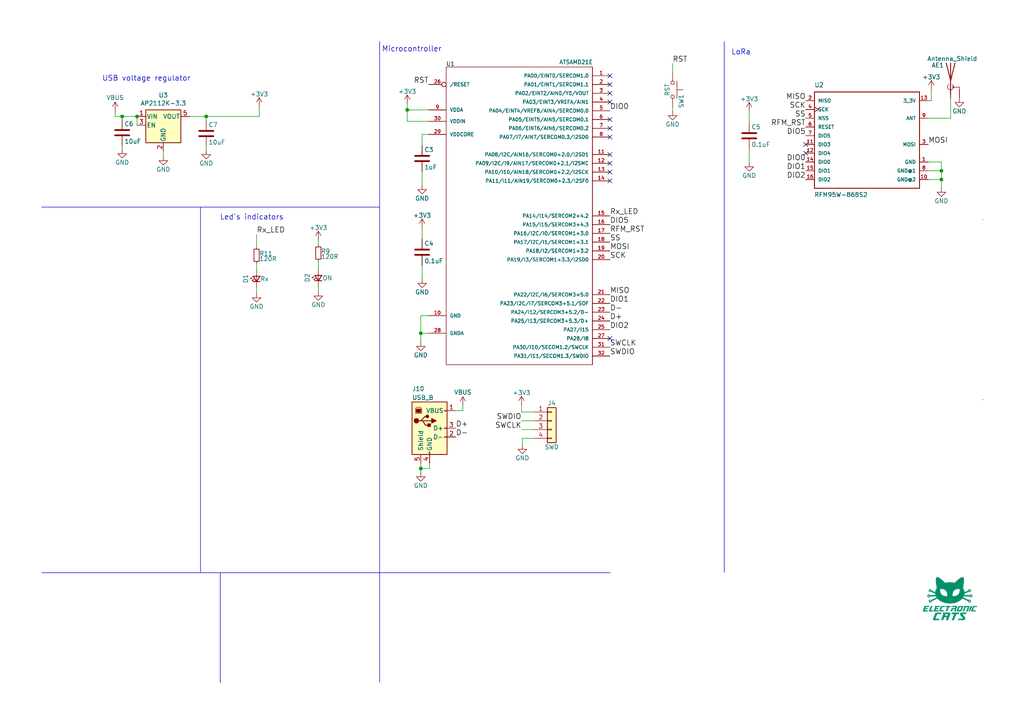
<source format=kicad_sch>
(kicad_sch (version 20230121) (generator eeschema)
  (paper "A4")
  (title_block (title "USB Stick") (date "2020-08-03") (rev "2.5") (company "Electronic Cats") (comment 1 "Eduardo Contreras") (comment 2 "Andres Sabas"))
  (lib_symbols
    (symbol "Device:Antenna_Shield" (pin_numbers hide) (pin_names (offset 1.016) hide)
      (property "Reference" "AE" (at -1.905 4.445 0))
      (property "Value" "Antenna_Shield" (at -1.905 2.54 0))
      (symbol "Antenna_Shield_0_1"
        (arc (start -0.508 -1.143) (mid -0.8429 -2.1194) (end 0 -2.667))
        (arc (start 0 -2.667) (mid 0.7989 -2.1052) (end 0.508 -1.143))
        (polyline (pts (xy 0 -2.54) (xy 0 0)))
        (polyline (pts (xy 0 5.08) (xy 0 -3.81)) (stroke (width 0.254)))
        (polyline (pts (xy 0.762 -1.905) (xy 2.54 -1.905)))
        (polyline (pts (xy 2.54 -2.54) (xy 2.54 -1.905)))
        (polyline (pts (xy 1.27 5.08) (xy 0 0) (xy -1.27 5.08)) (stroke (width 0.254)))
        (circle (center 0.762 -1.905) (radius 0.1778) (fill (type outline)))
      )
      (symbol "Antenna_Shield_1_1"
        (pin input line (at 0 -5.08 90) (length 2.54) (name "A") (number "1"))
        (pin input line (at 2.54 -5.08 90) (length 2.54) (name "Shield") (number "2"))
      )
    )
    (symbol "Device:C" (pin_numbers hide) (pin_names (offset 0.254))
      (property "Reference" "C" (at 0.635 2.54 0))
      (property "Value" "C" (at 0.635 -2.54 0))
      (symbol "C_0_1"
        (polyline (pts (xy -2.032 -0.762) (xy 2.032 -0.762)) (stroke (width 0.508)))
        (polyline (pts (xy -2.032 0.762) (xy 2.032 0.762)) (stroke (width 0.508)))
      )
      (symbol "C_1_1"
        (pin passive line (at 0 3.81 270) (length 2.794) (name "~") (number "1"))
        (pin passive line (at 0 -3.81 90) (length 2.794) (name "~") (number "2"))
      )
    )
    (symbol "Device:LED_Small" (pin_numbers hide) (pin_names (offset 0.254) hide)
      (property "Reference" "D" (at -1.27 3.175 0))
      (property "Value" "LED_Small" (at -4.445 -2.54 0))
      (symbol "LED_Small_0_1"
        (polyline (pts (xy -0.762 -1.016) (xy -0.762 1.016)) (stroke (width 0.254)))
        (polyline (pts (xy 1.016 0) (xy -0.762 0)))
        (polyline (pts (xy 0.762 -1.016) (xy -0.762 0) (xy 0.762 1.016) (xy 0.762 -1.016)) (stroke (width 0.254)))
        (polyline (pts (xy 0 0.762) (xy -0.508 1.27) (xy -0.254 1.27) (xy -0.508 1.27) (xy -0.508 1.016)))
        (polyline (pts (xy 0.508 1.27) (xy 0 1.778) (xy 0.254 1.778) (xy 0 1.778) (xy 0 1.524)))
      )
      (symbol "LED_Small_1_1"
        (pin passive line (at -2.54 0 0) (length 1.778) (name "K") (number "1"))
        (pin passive line (at 2.54 0 180) (length 1.778) (name "A") (number "2"))
      )
    )
    (symbol "Device:R_Small" (pin_numbers hide) (pin_names (offset 0.254) hide)
      (property "Reference" "R" (at 0.762 0.508 0))
      (property "Value" "R_Small" (at 0.762 -1.016 0))
      (symbol "R_Small_0_1"
        (rectangle (start -0.762 1.778) (end 0.762 -1.778) (stroke (width 0.2032)))
      )
      (symbol "R_Small_1_1"
        (pin passive line (at 0 2.54 270) (length 0.762) (name "~") (number "1"))
        (pin passive line (at 0 -2.54 90) (length 0.762) (name "~") (number "2"))
      )
    )
    (symbol "LoRA_USBStick-rescue:+3.3V-power" (power) (pin_names (offset 0))
      (property "Value" "+3.3V-power" (at 0 3.556 0))
      (symbol "+3.3V-power_0_1"
        (polyline (pts (xy -0.762 1.27) (xy 0 2.54)))
        (polyline (pts (xy 0 0) (xy 0 2.54)))
        (polyline (pts (xy 0 2.54) (xy 0.762 1.27)))
      )
      (symbol "+3.3V-power_1_1"
        (pin power_in line (at 0 0 90) (length 0) hide (name "+3V3") (number "1"))
      )
    )
    (symbol "LoRA_USBStick-rescue:AP2112K-3.3-Regulator_Linear" (pin_names (offset 0.254))
      (property "Reference" "U" (at -5.08 5.715 0))
      (property "Value" "Regulator_Linear_AP2112K-3.3" (at 0 5.715 0))
      (symbol "AP2112K-3.3-Regulator_Linear_0_1"
        (rectangle (start -5.08 4.445) (end 5.08 -5.08) (stroke (width 0.254)) (fill (type background)))
      )
      (symbol "AP2112K-3.3-Regulator_Linear_1_1"
        (pin power_in line (at -7.62 2.54 0) (length 2.54) (name "VIN") (number "1"))
        (pin power_in line (at 0 -7.62 90) (length 2.54) (name "GND") (number "2"))
        (pin input line (at -7.62 0 0) (length 2.54) (name "EN") (number "3"))
        (pin no_connect line (at 7.62 0 180) (length 2.54) hide (name "NC") (number "4"))
        (pin power_out line (at 7.62 2.54 180) (length 2.54) (name "VOUT") (number "5"))
      )
    )
    (symbol "LoRA_USBStick-rescue:Conn_01x04" (pin_names (offset 1.016) hide)
      (property "Reference" "J" (at 0 5.08 0))
      (property "Value" "Conn_01x04" (at 0 -7.62 0))
      (symbol "Conn_01x04_1_1"
        (rectangle (start -1.27 -4.953) (end 0 -5.207) (stroke (width 0.1524)))
        (rectangle (start -1.27 -2.413) (end 0 -2.667) (stroke (width 0.1524)))
        (rectangle (start -1.27 0.127) (end 0 -0.127) (stroke (width 0.1524)))
        (rectangle (start -1.27 2.667) (end 0 2.413) (stroke (width 0.1524)))
        (rectangle (start -1.27 3.81) (end 1.27 -6.35) (stroke (width 0.254)) (fill (type background)))
        (pin passive line (at -5.08 2.54 0) (length 3.81) (name "Pin_1") (number "1"))
        (pin passive line (at -5.08 0 0) (length 3.81) (name "Pin_2") (number "2"))
        (pin passive line (at -5.08 -2.54 0) (length 3.81) (name "Pin_3") (number "3"))
        (pin passive line (at -5.08 -5.08 0) (length 3.81) (name "Pin_4") (number "4"))
      )
    )
    (symbol "LoRA_USBStick-rescue:SW_Push" (pin_numbers hide) (pin_names (offset 1.016) hide)
      (property "Reference" "SW" (at 1.27 2.54 0))
      (property "Value" "SW_Push" (at 0 -1.524 0))
      (symbol "SW_Push_0_1"
        (circle (center -2.032 0) (radius 0.508))
        (polyline (pts (xy 0 1.27) (xy 0 3.048)))
        (polyline (pts (xy 2.54 1.27) (xy -2.54 1.27)))
        (circle (center 2.032 0) (radius 0.508))
        (pin passive line (at -5.08 0 0) (length 2.54) (name "1") (number "1"))
        (pin passive line (at 5.08 0 180) (length 2.54) (name "2") (number "2"))
      )
    )
    (symbol "LoRA_USBStick-rescue:USB_B" (pin_names (offset 1.016))
      (property "Reference" "J" (at -5.08 11.43 0))
      (property "Value" "USB_B" (at -5.08 8.89 0))
      (symbol "USB_B_0_1"
        (rectangle (start -5.08 -7.62) (end 5.08 7.62) (stroke (width 0.254)) (fill (type background)))
        (circle (center -3.81 2.159) (radius 0.635) (stroke (width 0.254)) (fill (type outline)))
        (rectangle (start -3.81 5.588) (end -2.54 4.572) (fill (type outline)))
        (circle (center -0.635 3.429) (radius 0.381) (stroke (width 0.254)) (fill (type outline)))
        (rectangle (start -0.127 -7.62) (end 0.127 -6.858))
        (polyline (pts (xy -1.905 2.159) (xy 0.635 2.159)) (stroke (width 0.254)))
        (polyline (pts (xy -3.175 2.159) (xy -2.54 2.159) (xy -1.27 3.429) (xy -0.635 3.429)) (stroke (width 0.254)))
        (polyline (pts (xy -2.54 2.159) (xy -1.905 2.159) (xy -1.27 0.889) (xy 0 0.889)) (stroke (width 0.254)))
        (polyline (pts (xy 0.635 2.794) (xy 0.635 1.524) (xy 1.905 2.159) (xy 0.635 2.794)) (stroke (width 0.254)) (fill (type outline)))
        (polyline (pts (xy -4.064 4.318) (xy -2.286 4.318) (xy -2.286 5.715) (xy -2.667 6.096) (xy -3.683 6.096) (xy -4.064 5.715) (xy -4.064 4.318)))
        (rectangle (start 0.254 1.27) (end -0.508 0.508) (stroke (width 0.254)) (fill (type outline)))
        (rectangle (start 5.08 -2.667) (end 4.318 -2.413))
        (rectangle (start 5.08 -0.127) (end 4.318 0.127))
        (rectangle (start 5.08 4.953) (end 4.318 5.207))
      )
      (symbol "USB_B_1_1"
        (pin power_out line (at 7.62 5.08 180) (length 2.54) (name "VBUS") (number "1"))
        (pin passive line (at 7.62 -2.54 180) (length 2.54) (name "D-") (number "2"))
        (pin passive line (at 7.62 0 180) (length 2.54) (name "D+") (number "3"))
        (pin power_out line (at 0 -10.16 90) (length 2.54) (name "GND") (number "4"))
        (pin passive line (at -2.54 -10.16 90) (length 2.54) (name "Shield") (number "5"))
      )
    )
    (symbol "RFM95W-868S2_1" (pin_names (offset 1.016))
      (property "Reference" "U" (at -15.2654 13.9954 0))
      (property "Value" "RFM95W-868S2" (at -15.2908 -17.8308 0))
      (symbol "RFM95W-868S2_1_0_0"
        (polyline (pts (xy -15.24 -15.24) (xy 15.24 -15.24)) (stroke (width 0.254)))
        (polyline (pts (xy -15.24 12.7) (xy -15.24 -15.24)) (stroke (width 0.254)))
        (polyline (pts (xy 15.24 -15.24) (xy 15.24 12.7)) (stroke (width 0.254)))
        (polyline (pts (xy 15.24 12.7) (xy -15.24 12.7)) (stroke (width 0.254)))
        (pin power_in line (at 17.78 -7.62 180) (length 2.54) (name "GND") (number "1"))
        (pin power_in line (at 17.78 -12.7 180) (length 2.54) (name "GND@2") (number "10"))
        (pin bidirectional line (at -17.78 -2.54 0) (length 2.54) (name "DIO3") (number "11"))
        (pin bidirectional line (at -17.78 -5.08 0) (length 2.54) (name "DIO4") (number "12"))
        (pin power_in line (at 17.78 10.16 180) (length 2.54) (name "3_3V") (number "13"))
        (pin bidirectional line (at -17.78 -7.62 0) (length 2.54) (name "DIO0") (number "14"))
        (pin bidirectional line (at -17.78 -10.16 0) (length 2.54) (name "DIO1") (number "15"))
        (pin bidirectional line (at -17.78 -12.7 0) (length 2.54) (name "DIO2") (number "16"))
        (pin input line (at -17.78 10.16 0) (length 2.54) (name "MISO") (number "2"))
        (pin output line (at 17.78 -2.54 180) (length 2.54) (name "MOSI") (number "3"))
        (pin input clock (at -17.78 7.62 0) (length 2.54) (name "SCK") (number "4"))
        (pin input line (at -17.78 5.08 0) (length 2.54) (name "NSS") (number "5"))
        (pin bidirectional line (at -17.78 2.54 0) (length 2.54) (name "RESET") (number "6"))
        (pin bidirectional line (at -17.78 0 0) (length 2.54) (name "DIO5") (number "7"))
        (pin power_in line (at 17.78 -10.16 180) (length 2.54) (name "GND@1") (number "8"))
        (pin passive line (at 17.78 5.08 180) (length 2.54) (name "ANT") (number "9"))
      )
    )
    (symbol "RFM95W-868S2_2" (pin_names (offset 1.016))
      (property "Reference" "U" (at -15.2654 13.9954 0))
      (property "Value" "RFM95W-868S2" (at -15.2908 -17.8308 0))
      (symbol "RFM95W-868S2_2_0_0"
        (polyline (pts (xy -15.24 -15.24) (xy 15.24 -15.24)) (stroke (width 0.254)))
        (polyline (pts (xy -15.24 12.7) (xy -15.24 -15.24)) (stroke (width 0.254)))
        (polyline (pts (xy 15.24 -15.24) (xy 15.24 12.7)) (stroke (width 0.254)))
        (polyline (pts (xy 15.24 12.7) (xy -15.24 12.7)) (stroke (width 0.254)))
        (pin power_in line (at 17.78 -7.62 180) (length 2.54) (name "GND") (number "1"))
        (pin power_in line (at 17.78 -12.7 180) (length 2.54) (name "GND@2") (number "10"))
        (pin bidirectional line (at -17.78 -2.54 0) (length 2.54) (name "DIO3") (number "11"))
        (pin bidirectional line (at -17.78 -5.08 0) (length 2.54) (name "DIO4") (number "12"))
        (pin power_in line (at 17.78 10.16 180) (length 2.54) (name "3_3V") (number "13"))
        (pin bidirectional line (at -17.78 -7.62 0) (length 2.54) (name "DIO0") (number "14"))
        (pin bidirectional line (at -17.78 -10.16 0) (length 2.54) (name "DIO1") (number "15"))
        (pin bidirectional line (at -17.78 -12.7 0) (length 2.54) (name "DIO2") (number "16"))
        (pin input line (at -17.78 10.16 0) (length 2.54) (name "MISO") (number "2"))
        (pin output line (at 17.78 -2.54 180) (length 2.54) (name "MOSI") (number "3"))
        (pin input clock (at -17.78 7.62 0) (length 2.54) (name "SCK") (number "4"))
        (pin input line (at -17.78 5.08 0) (length 2.54) (name "NSS") (number "5"))
        (pin bidirectional line (at -17.78 2.54 0) (length 2.54) (name "RESET") (number "6"))
        (pin bidirectional line (at -17.78 0 0) (length 2.54) (name "DIO5") (number "7"))
        (pin power_in line (at 17.78 -10.16 180) (length 2.54) (name "GND@1") (number "8"))
        (pin passive line (at 17.78 5.08 180) (length 2.54) (name "ANT") (number "9"))
      )
    )
    (symbol "agroin:ATSAMD21E" (pin_names (offset 1.016))
      (property "Reference" "U" (at -11.938 43.434 0))
      (property "Value" "ATSAMD21E" (at 20.828 43.942 0))
      (symbol "ATSAMD21E_0_1"
        (rectangle (start 30.48 43.18) (end -11.938 -43.18))
      )
      (symbol "ATSAMD21E_1_0"
        (polyline (pts (xy 30.48 43.18) (xy 30.48 -43.18)))
      )
      (symbol "ATSAMD21E_1_1"
        (pin bidirectional line (at 35.56 40.64 180) (length 5.08) (name "PA00/EINT0/SERCOM1.0") (number "1"))
        (pin power_in line (at -17.018 -28.956 0) (length 5.08) (name "GND") (number "10"))
        (pin bidirectional line (at 35.56 17.78 180) (length 5.08) (name "PA08/I2C/AIN16/SERCOM0+2.0/I2SD1") (number "11"))
        (pin bidirectional line (at 35.56 15.24 180) (length 5.08) (name "PA09/I2C/I9/AIN17/SERCOM0+2.1/I2SMC") (number "12"))
        (pin bidirectional line (at 35.56 12.7 180) (length 5.08) (name "PA10/I10/AIN18/SERCOM0+2.2/I2SCK") (number "13"))
        (pin bidirectional line (at 35.56 10.16 180) (length 5.08) (name "PA11/I11/AIN19/SERCOM0+2.3/I2SF0") (number "14"))
        (pin bidirectional line (at 35.56 0 180) (length 5.08) (name "PA14/I14/SERCOM2+4.2") (number "15"))
        (pin bidirectional line (at 35.56 -2.54 180) (length 5.08) (name "PA15/I15/SERCOM3+4.3") (number "16"))
        (pin bidirectional line (at 35.56 -5.08 180) (length 5.08) (name "PA16/I2C/I0/SERCOM1+3.0") (number "17"))
        (pin bidirectional line (at 35.56 -7.62 180) (length 5.08) (name "PA17/I2C/I1/SERCOM1+3.1") (number "18"))
        (pin bidirectional line (at 35.56 -10.16 180) (length 5.08) (name "PA18/I2/SERCOM1+3.2") (number "19"))
        (pin bidirectional line (at 35.56 38.1 180) (length 5.08) (name "PA01/EINT1/SERCOM1.1") (number "2"))
        (pin bidirectional line (at 35.56 -12.7 180) (length 5.08) (name "PA19/I3/SERCOM1+3.3/I2SD0") (number "20"))
        (pin bidirectional line (at 35.56 -22.86 180) (length 5.08) (name "PA22/I2C/I6/SERCOM3+5.0") (number "21"))
        (pin bidirectional line (at 35.56 -25.4 180) (length 5.08) (name "PA23/I2C/I7/SERCOM3+5.1/SOF") (number "22"))
        (pin bidirectional line (at 35.56 -27.94 180) (length 5.08) (name "PA24/I12/SERCOM3+5.2/D-") (number "23"))
        (pin bidirectional line (at 35.56 -30.48 180) (length 5.08) (name "PA25/I13/SERCOM3+5.3/D+") (number "24"))
        (pin bidirectional line (at 35.56 -33.02 180) (length 5.08) (name "PA27/I15") (number "25"))
        (pin bidirectional inverted (at -17.018 38.1 0) (length 5.08) (name "/RESET") (number "26"))
        (pin bidirectional line (at 35.56 -35.56 180) (length 5.08) (name "PA28/I8") (number "27"))
        (pin power_in line (at -17.018 -34.036 0) (length 5.08) (name "GNDA") (number "28"))
        (pin power_in line (at -17.018 23.622 0) (length 5.08) (name "VDDCORE") (number "29"))
        (pin bidirectional line (at 35.56 35.56 180) (length 5.08) (name "PA02/EINT2/AIN0/Y0/VOUT") (number "3"))
        (pin power_in line (at -17.018 27.432 0) (length 5.08) (name "VDDIN") (number "30"))
        (pin bidirectional line (at 35.56 -38.1 180) (length 5.08) (name "PA30/I10/SECOM1.2/SWCLK") (number "31"))
        (pin bidirectional line (at 35.56 -40.64 180) (length 5.08) (name "PA31/I11/SECOM1.3/SWDIO") (number "32"))
        (pin bidirectional line (at 35.56 33.02 180) (length 5.08) (name "PA03/EINT3/VREFA/AIN1") (number "4"))
        (pin bidirectional line (at 35.56 30.48 180) (length 5.08) (name "PA04/EINT4/VREFB/AIN4/SERCOM0.0") (number "5"))
        (pin bidirectional line (at 35.56 27.94 180) (length 5.08) (name "PA05/EINT5/AIN5/SERCOM0.1") (number "6"))
        (pin bidirectional line (at 35.56 25.4 180) (length 5.08) (name "PA06/EINT6/AIN6/SERCOM0.2") (number "7"))
        (pin bidirectional line (at 35.56 22.86 180) (length 5.08) (name "PA07/I7/AIN7/SERCOM0.3/I2SD0") (number "8"))
        (pin power_in line (at -17.018 30.734 0) (length 5.08) (name "VDDA") (number "9"))
      )
    )
    (symbol "power:GND" (power) (pin_names (offset 0))
      (property "Value" "GND" (at 0 -3.81 0))
      (symbol "GND_0_1"
        (polyline (pts (xy 0 0) (xy 0 -1.27) (xy 1.27 -1.27) (xy 0 -2.54) (xy -1.27 -1.27) (xy 0 -1.27)))
      )
      (symbol "GND_1_1"
        (pin power_in line (at 0 0 270) (length 0) hide (name "GND") (number "1"))
      )
    )
    (symbol "power:VBUS" (power) (pin_names (offset 0))
      (property "Value" "VBUS" (at 0 3.81 0))
      (symbol "VBUS_0_1"
        (polyline (pts (xy -0.762 1.27) (xy 0 2.54)))
        (polyline (pts (xy 0 0) (xy 0 2.54)))
        (polyline (pts (xy 0 2.54) (xy 0.762 1.27)))
      )
      (symbol "VBUS_1_1"
        (pin power_in line (at 0 0 90) (length 0) hide (name "VBUS") (number "1"))
      )
    )
  )
  (junction (at 122.047 135.89))
  (junction (at 39.751 33.782))
  (junction (at 273.05 49.53))
  (junction (at 122.047 96.647))
  (junction (at 273.05 52.07))
  (junction (at 35.433 33.782))
  (junction (at 59.817 33.782))
  (junction (at 118.11 31.877))
  (no_connect (at 233.68 44.45))
  (no_connect (at 176.911 98.171))
  (no_connect (at 176.911 44.831))
  (no_connect (at 176.911 37.211))
  (no_connect (at 176.911 24.511))
  (no_connect (at 176.911 49.911))
  (no_connect (at 176.911 21.971))
  (no_connect (at 176.911 47.371))
  (no_connect (at 176.911 52.451))
  (no_connect (at 176.911 27.051))
  (no_connect (at 176.911 29.591))
  (no_connect (at 233.68 41.91))
  (no_connect (at 176.911 34.671))
  (no_connect (at 176.911 39.751))
  (wire (pts (xy 122.428 42.164) (xy 122.428 38.989)))
  (wire (pts (xy 269.24 52.07) (xy 273.05 52.07)))
  (wire (pts (xy 124.333 31.877) (xy 118.11 31.877)))
  (wire (pts (xy 269.24 34.29) (xy 275.717 34.29)))
  (wire (pts (xy 124.333 96.647) (xy 122.047 96.647)))
  (wire (pts (xy 217.297 47.117) (xy 217.297 43.18)))
  (polyline (pts (xy 12.065 60.071) (xy 110.109 60.071)))
  (wire (pts (xy 122.428 80.899) (xy 122.428 76.962)))
  (wire (pts (xy 92.329 78.105) (xy 92.329 75.946)))
  (wire (pts (xy 35.433 43.307) (xy 35.433 42.291)))
  (wire (pts (xy 275.717 34.29) (xy 275.717 28.448)))
  (wire (pts (xy 134.239 119.126) (xy 132.207 119.126)))
  (wire (pts (xy 54.991 33.782) (xy 59.817 33.782)))
  (wire (pts (xy 122.047 96.647) (xy 122.047 99.187)))
  (wire (pts (xy 35.433 34.671) (xy 35.433 33.782)))
  (wire (pts (xy 122.428 53.721) (xy 122.428 49.784)))
  (polyline (pts (xy 63.881 197.993) (xy 63.881 166.116)))
  (polyline (pts (xy 210.058 12.065) (xy 210.058 165.989)))
  (wire (pts (xy 134.239 117.602) (xy 134.239 119.126)))
  (polyline (pts (xy 284.988 63.754) (xy 284.988 63.627)))
  (wire (pts (xy 33.401 33.782) (xy 33.401 32.131)))
  (polyline (pts (xy 284.988 115.951) (xy 284.988 115.824)))
  (wire (pts (xy 35.433 33.782) (xy 33.401 33.782)))
  (wire (pts (xy 122.428 66.04) (xy 122.428 69.342)))
  (wire (pts (xy 122.047 91.567) (xy 124.333 91.567)))
  (wire (pts (xy 118.11 30.099) (xy 118.11 31.877)))
  (wire (pts (xy 122.428 38.989) (xy 124.333 38.989)))
  (wire (pts (xy 59.817 34.925) (xy 59.817 33.782)))
  (wire (pts (xy 118.11 31.877) (xy 118.11 35.179)))
  (wire (pts (xy 269.24 49.53) (xy 273.05 49.53)))
  (wire (pts (xy 273.05 46.99) (xy 273.05 49.53)))
  (wire (pts (xy 35.433 33.782) (xy 39.751 33.782)))
  (polyline (pts (xy 58.166 60.071) (xy 58.166 166.116)))
  (wire (pts (xy 47.371 43.942) (xy 47.371 45.339)))
  (wire (pts (xy 273.05 46.99) (xy 269.24 46.99)))
  (wire (pts (xy 92.329 83.185) (xy 92.329 84.582)))
  (wire (pts (xy 122.047 137.033) (xy 122.047 135.89)))
  (wire (pts (xy 154.94 124.587) (xy 151.257 124.587)))
  (wire (pts (xy 75.184 33.782) (xy 75.184 30.861)))
  (wire (pts (xy 273.05 49.53) (xy 273.05 52.07)))
  (polyline (pts (xy 12.065 166.116) (xy 177.038 166.116)))
  (wire (pts (xy 270.129 29.21) (xy 269.24 29.21)))
  (wire (pts (xy 92.329 70.866) (xy 92.329 69.596)))
  (wire (pts (xy 154.94 119.507) (xy 151.257 119.507)))
  (wire (pts (xy 74.422 83.439) (xy 74.422 85.09)))
  (wire (pts (xy 195.072 18.415) (xy 195.072 20.955)))
  (wire (pts (xy 273.05 52.07) (xy 273.05 54.483)))
  (wire (pts (xy 59.817 33.782) (xy 75.184 33.782)))
  (polyline (pts (xy 110.109 12.065) (xy 110.109 197.866)))
  (wire (pts (xy 124.587 135.89) (xy 122.047 135.89)))
  (wire (pts (xy 151.257 122.047) (xy 154.94 122.047)))
  (wire (pts (xy 270.129 25.908) (xy 270.129 29.21)))
  (wire (pts (xy 151.257 119.507) (xy 151.257 117.475)))
  (wire (pts (xy 195.072 32.258) (xy 195.072 31.115)))
  (wire (pts (xy 124.587 134.366) (xy 124.587 135.89)))
  (wire (pts (xy 59.817 43.561) (xy 59.817 42.545)))
  (wire (pts (xy 74.422 67.945) (xy 74.422 71.501)))
  (wire (pts (xy 39.751 36.322) (xy 39.751 33.782)))
  (wire (pts (xy 74.422 78.359) (xy 74.422 76.581)))
  (wire (pts (xy 118.11 35.179) (xy 124.333 35.179)))
  (wire (pts (xy 122.047 135.89) (xy 122.047 134.366)))
  (wire (pts (xy 151.511 129.032) (xy 151.511 127.127)))
  (wire (pts (xy 217.297 32.258) (xy 217.297 35.56)))
  (wire (pts (xy 122.047 91.567) (xy 122.047 96.647)))
  (wire (pts (xy 151.511 127.127) (xy 154.94 127.127)))
  (image (at 275.463 173.609))
  (text "Led's indicators" (at 63.754 64.008 0) (effects (font (size 1.524 1.524)) (justify left bottom)))
  (text "USB voltage regulator\n" (at 29.591 23.749 0) (effects (font (size 1.524 1.524)) (justify left bottom)))
  (text "LoRa" (at 212.09 16.129 0) (effects (font (size 1.524 1.524)) (justify left bottom)))
  (text "Microcontroller" (at 110.744 15.24 0) (effects (font (size 1.524 1.524)) (justify left bottom)))
  (label "D+" (at 176.911 93.091 0) (effects (font (size 1.524 1.524))))
  (label "SWCLK" (at 176.911 100.711 0) (effects (font (size 1.524 1.524))))
  (label "Rx_LED" (at 74.422 67.945 0) (effects (font (size 1.524 1.524))))
  (label "SS" (at 176.911 70.231 0) (effects (font (size 1.524 1.524))))
  (label "MISO" (at 233.68 29.21 180) (effects (font (size 1.524 1.524))))
  (label "SWCLK" (at 151.257 124.587 180) (effects (font (size 1.524 1.524))))
  (label "D+" (at 132.207 124.206 0) (effects (font (size 1.524 1.524))))
  (label "SS" (at 233.68 34.29 180) (effects (font (size 1.524 1.524))))
  (label "DIO0" (at 176.911 32.131 0) (effects (font (size 1.524 1.524))))
  (label "DIO2" (at 233.68 52.07 180) (effects (font (size 1.524 1.524))))
  (label "MOSI" (at 269.24 41.91 0) (effects (font (size 1.524 1.524))))
  (label "Rx_LED" (at 176.911 62.611 0) (effects (font (size 1.524 1.524))))
  (label "MOSI" (at 176.911 72.771 0) (effects (font (size 1.524 1.524))))
  (label "RST" (at 124.333 24.511 180) (effects (font (size 1.524 1.524))))
  (label "DIO2" (at 176.911 95.631 0) (effects (font (size 1.524 1.524))))
  (label "SWDIO" (at 151.257 122.047 180) (effects (font (size 1.524 1.524))))
  (label "RFM_RST" (at 176.911 67.691 0) (effects (font (size 1.524 1.524))))
  (label "DIO1" (at 233.68 49.53 180) (effects (font (size 1.524 1.524))))
  (label "DIO1" (at 176.911 88.011 0) (effects (font (size 1.524 1.524))))
  (label "DIO5" (at 176.911 65.151 0) (effects (font (size 1.524 1.524))))
  (label "DIO0" (at 233.68 46.99 180) (effects (font (size 1.524 1.524))))
  (label "RFM_RST" (at 233.68 36.83 180) (effects (font (size 1.524 1.524))))
  (label "DIO5" (at 233.68 39.37 180) (effects (font (size 1.524 1.524))))
  (label "SWDIO" (at 176.911 103.251 0) (effects (font (size 1.524 1.524))))
  (label "RST" (at 195.072 18.415 0) (effects (font (size 1.524 1.524))))
  (label "SCK" (at 176.911 75.311 0) (effects (font (size 1.524 1.524))))
  (label "MISO" (at 176.911 85.471 0) (effects (font (size 1.524 1.524))))
  (label "SCK" (at 233.68 31.75 180) (effects (font (size 1.524 1.524))))
  (label "D-" (at 176.911 90.551 0) (effects (font (size 1.524 1.524))))
  (label "D-" (at 132.207 126.746 0) (effects (font (size 1.524 1.524))))
  (symbol (lib_id "LoRA_USBStick-rescue:SW_Push") (at 195.072 26.035 270) (unit 1)
    (property "Reference" "SW1" (at 197.612 27.305 0) (effects (justify left)))
    (property "Value" "RST" (at 193.548 26.035 0))
    (property "Footprint" "Button_Switch_SMD:SW_SPST_TL3342" (effects hide))
    (property "manf#" "B3U-1000P" (effects hide))
  )
  (symbol (lib_id "power:GND") (at 195.072 32.258 0) (unit 1)
    (property "Reference" "#PWR01" (effects hide))
    (property "Value" "GND" (at 195.072 36.068 0))
  )
  (symbol (lib_id "power:GND") (at 122.047 99.187 0) (unit 1)
    (property "Reference" "#PWR02" (effects hide))
    (property "Value" "GND" (at 122.047 102.997 0))
  )
  (symbol (lib_id "Device:C") (at 122.428 73.152 0) (unit 1)
    (property "Reference" "C4" (at 123.063 70.612 0) (effects (justify left)))
    (property "Value" "0.1uF" (at 123.063 75.692 0) (effects (justify left)))
    (property "Footprint" "Capacitor_SMD:C_0805_2012Metric_Pad1.15x1.40mm_HandSolder" (effects hide))
    (property "manf#" "885012207072" (effects hide))
  )
  (symbol (lib_id "LoRA_USBStick-rescue:+3.3V-power") (at 122.428 66.04 0) (unit 1)
    (property "Reference" "#PWR03" (effects hide))
    (property "Value" "+3.3V" (at 122.428 62.484 0))
  )
  (symbol (lib_id "power:GND") (at 122.428 80.899 0) (unit 1)
    (property "Reference" "#PWR04" (effects hide))
    (property "Value" "GND" (at 122.428 84.709 0))
  )
  (symbol (lib_id "LoRA_USBStick-rescue:+3.3V-power") (at 270.129 25.908 0) (unit 1)
    (property "Reference" "#PWR05" (effects hide))
    (property "Value" "+3.3V" (at 270.129 22.352 0))
  )
  (symbol (lib_id "power:GND") (at 273.05 54.483 0) (unit 1)
    (property "Reference" "#PWR06" (effects hide))
    (property "Value" "GND" (at 273.05 58.293 0))
  )
  (symbol (lib_id "Device:C") (at 217.297 39.37 0) (unit 1)
    (property "Reference" "C5" (at 217.932 36.83 0) (effects (justify left)))
    (property "Value" "0.1uF" (at 217.932 41.91 0) (effects (justify left)))
    (property "Footprint" "Capacitor_SMD:C_0805_2012Metric_Pad1.15x1.40mm_HandSolder" (effects hide))
    (property "manf#" "885012207072" (effects hide))
  )
  (symbol (lib_id "LoRA_USBStick-rescue:+3.3V-power") (at 217.297 32.258 0) (unit 1)
    (property "Reference" "#PWR07" (effects hide))
    (property "Value" "+3.3V" (at 217.297 28.702 0))
  )
  (symbol (lib_id "power:GND") (at 217.297 47.117 0) (unit 1)
    (property "Reference" "#PWR08" (effects hide))
    (property "Value" "GND" (at 217.297 50.927 0))
  )
  (symbol (lib_name "RFM95W-868S2_2") (lib_id "agroin:RFM95W-868S2") (at 251.46 39.37 0) (unit 1)
    (property "Reference" "U2" (at 236.1946 25.3746 0) (effects (justify left bottom)))
    (property "Value" "RFM95W-868S2" (at 236.1692 57.2008 0) (effects (justify left bottom)))
    (property "Footprint" "RF_Module:HOPERF_RFM9XW_SMD" (effects hide))
  )
  (symbol (lib_id "LoRA_USBStick-rescue:+3.3V-power") (at 118.11 30.099 0) (unit 1)
    (property "Reference" "#PWR09" (effects hide))
    (property "Value" "+3.3V" (at 118.11 26.543 0))
  )
  (symbol (lib_id "agroin:ATSAMD21E") (at 141.351 62.611 0) (unit 1)
    (property "Reference" "U1" (at 129.413 19.177 0) (effects (font (size 1.143 1.143)) (justify left bottom)))
    (property "Value" "ATSAMD21E" (at 162.179 18.669 0) (effects (font (size 1.143 1.143)) (justify left bottom)))
    (property "Footprint" "Housings_QFP:TQFP-32_7x7mm_Pitch0.8mm" (effects hide))
    (property "manf#" "ATSAMD21E18A-U" (effects hide))
  )
  (symbol (lib_id "Device:C") (at 122.428 45.974 0) (unit 1)
    (property "Reference" "C3" (at 123.063 43.434 0) (effects (justify left)))
    (property "Value" "1uF" (at 123.063 48.514 0) (effects (justify left)))
    (property "Footprint" "Capacitor_SMD:C_0805_2012Metric_Pad1.15x1.40mm_HandSolder" (effects hide))
    (property "manf#" "GRM21BC80J106KE19L" (effects hide))
  )
  (symbol (lib_id "power:GND") (at 122.428 53.721 0) (unit 1)
    (property "Reference" "#PWR010" (effects hide))
    (property "Value" "GND" (at 122.428 57.531 0))
  )
  (symbol (lib_id "LoRA_USBStick-rescue:Conn_01x04") (at 160.02 122.047 0) (unit 1)
    (property "Reference" "J4" (at 160.02 116.967 0))
    (property "Value" "SWD" (at 160.02 129.667 0))
    (property "Footprint" "Pin_Headers:Pin_Header_Straight_1x04_Pitch2.54mm" (effects hide))
  )
  (symbol (lib_id "LoRA_USBStick-rescue:+3.3V-power") (at 151.257 117.475 0) (unit 1)
    (property "Reference" "#PWR012" (effects hide))
    (property "Value" "+3.3V" (at 151.257 113.919 0))
  )
  (symbol (lib_id "Device:Antenna_Shield") (at 275.717 23.368 0) (unit 1)
    (property "Reference" "AE1" (at 273.812 18.923 0) (effects (justify right)))
    (property "Value" "Antenna_Shield" (at 283.464 17.018 0) (effects (justify right)))
    (property "Footprint" "agroin:SMA_EDGE" (effects hide))
  )
  (symbol (lib_id "power:GND") (at 278.257 28.448 0) (unit 1)
    (property "Reference" "#PWR013" (effects hide))
    (property "Value" "GND" (at 278.257 32.258 0))
  )
  (symbol (lib_id "power:GND") (at 151.511 129.032 0) (unit 1)
    (property "Reference" "#PWR014" (effects hide))
    (property "Value" "GND" (at 151.511 132.842 0))
  )
  (symbol (lib_id "power:GND") (at 122.047 137.033 0) (unit 1)
    (property "Reference" "#PWR015" (effects hide))
    (property "Value" "GND" (at 122.047 140.843 0))
  )
  (symbol (lib_id "power:VBUS") (at 134.239 117.602 0) (unit 1)
    (property "Reference" "#PWR016" (effects hide))
    (property "Value" "VBUS" (at 134.239 113.792 0))
  )
  (symbol (lib_id "power:VBUS") (at 33.401 32.131 0) (unit 1)
    (property "Reference" "#PWR017" (effects hide))
    (property "Value" "VBUS" (at 33.401 28.321 0))
  )
  (symbol (lib_id "power:GND") (at 47.371 45.339 0) (unit 1)
    (property "Reference" "#PWR018" (effects hide))
    (property "Value" "GND" (at 47.371 49.149 0))
  )
  (symbol (lib_id "Device:C") (at 59.817 38.735 0) (unit 1)
    (property "Reference" "C7" (at 60.452 36.195 0) (effects (justify left)))
    (property "Value" "10uF" (at 60.452 41.275 0) (effects (justify left)))
    (property "Footprint" "Capacitor_SMD:C_0805_2012Metric_Pad1.15x1.40mm_HandSolder" (effects hide))
    (property "manf#" "GRM21BC80J106KE19L" (effects hide))
  )
  (symbol (lib_id "Device:C") (at 35.433 38.481 0) (unit 1)
    (property "Reference" "C6" (at 36.068 35.941 0) (effects (justify left)))
    (property "Value" "10uF" (at 36.068 41.021 0) (effects (justify left)))
    (property "Footprint" "Capacitor_SMD:C_0805_2012Metric_Pad1.15x1.40mm_HandSolder" (effects hide))
    (property "manf#" "GRM21BC80J106KE19L" (effects hide))
  )
  (symbol (lib_id "power:GND") (at 35.433 43.307 0) (unit 1)
    (property "Reference" "#PWR019" (effects hide))
    (property "Value" "GND" (at 35.433 47.117 0))
  )
  (symbol (lib_id "power:GND") (at 59.817 43.561 0) (unit 1)
    (property "Reference" "#PWR020" (effects hide))
    (property "Value" "GND" (at 59.817 47.371 0))
  )
  (symbol (lib_id "LoRA_USBStick-rescue:+3.3V-power") (at 75.184 30.861 0) (unit 1)
    (property "Reference" "#PWR021" (effects hide))
    (property "Value" "+3.3V" (at 75.184 27.305 0))
  )
  (symbol (lib_id "Device:LED_Small") (at 74.422 80.899 90) (unit 1)
    (property "Reference" "D1" (at 71.247 82.169 0) (effects (justify left)))
    (property "Value" "Rx" (at 77.978 80.899 90) (effects (justify left)))
    (property "Footprint" "LED_SMD:LED_0805_2012Metric_Pad1.15x1.40mm_HandSolder" (effects hide))
    (property "manf#" "APT2012SGC" (effects hide))
  )
  (symbol (lib_id "Device:LED_Small") (at 92.329 80.645 90) (unit 1)
    (property "Reference" "D2" (at 89.154 81.915 0) (effects (justify left)))
    (property "Value" "ON" (at 96.393 80.645 90) (effects (justify left)))
    (property "Footprint" "LED_SMD:LED_0805_2012Metric_Pad1.15x1.40mm_HandSolder" (effects hide))
    (property "manf#" "AP2012EC" (effects hide))
  )
  (symbol (lib_id "power:GND") (at 74.422 85.09 0) (unit 1)
    (property "Reference" "#PWR022" (effects hide))
    (property "Value" "GND" (at 74.422 88.9 0))
  )
  (symbol (lib_id "power:GND") (at 92.329 84.582 0) (unit 1)
    (property "Reference" "#PWR023" (effects hide))
    (property "Value" "GND" (at 92.329 88.392 0))
  )
  (symbol (lib_id "Device:R_Small") (at 92.329 73.406 0) (unit 1)
    (property "Reference" "R9" (at 93.091 72.898 0) (effects (justify left)))
    (property "Value" "120R" (at 93.091 74.422 0) (effects (justify left)))
    (property "Footprint" "Resistor_SMD:R_0805_2012Metric_Pad1.15x1.40mm_HandSolder" (effects hide))
    (property "manf#" "RMC1/10K1200FTP" (effects hide))
  )
  (symbol (lib_id "Device:R_Small") (at 74.422 74.041 0) (unit 1)
    (property "Reference" "R11" (at 75.184 73.533 0) (effects (justify left)))
    (property "Value" "120R" (at 75.184 75.057 0) (effects (justify left)))
    (property "Footprint" "Resistor_SMD:R_0805_2012Metric_Pad1.15x1.40mm_HandSolder" (effects hide))
    (property "manf#" "RMC1/10K1200FTP" (effects hide))
  )
  (symbol (lib_id "LoRA_USBStick-rescue:+3.3V-power") (at 92.329 69.596 0) (unit 1)
    (property "Reference" "#PWR024" (effects hide))
    (property "Value" "+3.3V" (at 92.329 66.04 0))
  )
  (symbol (lib_id "LoRA_USBStick-rescue:USB_B") (at 124.587 124.206 0) (unit 1)
    (property "Reference" "J10" (at 119.507 112.776 0) (effects (justify left)))
    (property "Value" "USB_B" (at 119.507 115.316 0) (effects (justify left)))
    (property "Footprint" "Connectors:C46394" (effects hide))
  )
  (symbol (lib_id "LoRA_USBStick-rescue:AP2112K-3.3-Regulator_Linear") (at 47.371 36.322 0) (unit 1)
    (property "Reference" "U3" (at 47.371 27.6352 0))
    (property "Value" "AP2112K-3.3" (at 47.371 29.9466 0))
    (property "Footprint" "Package_TO_SOT_SMD:SOT-23-5" (effects hide))
    (property "Datasheet" "https://www.diodes.com/assets/Datasheets/AP2112.pdf" (effects hide))
  )
)
</source>
